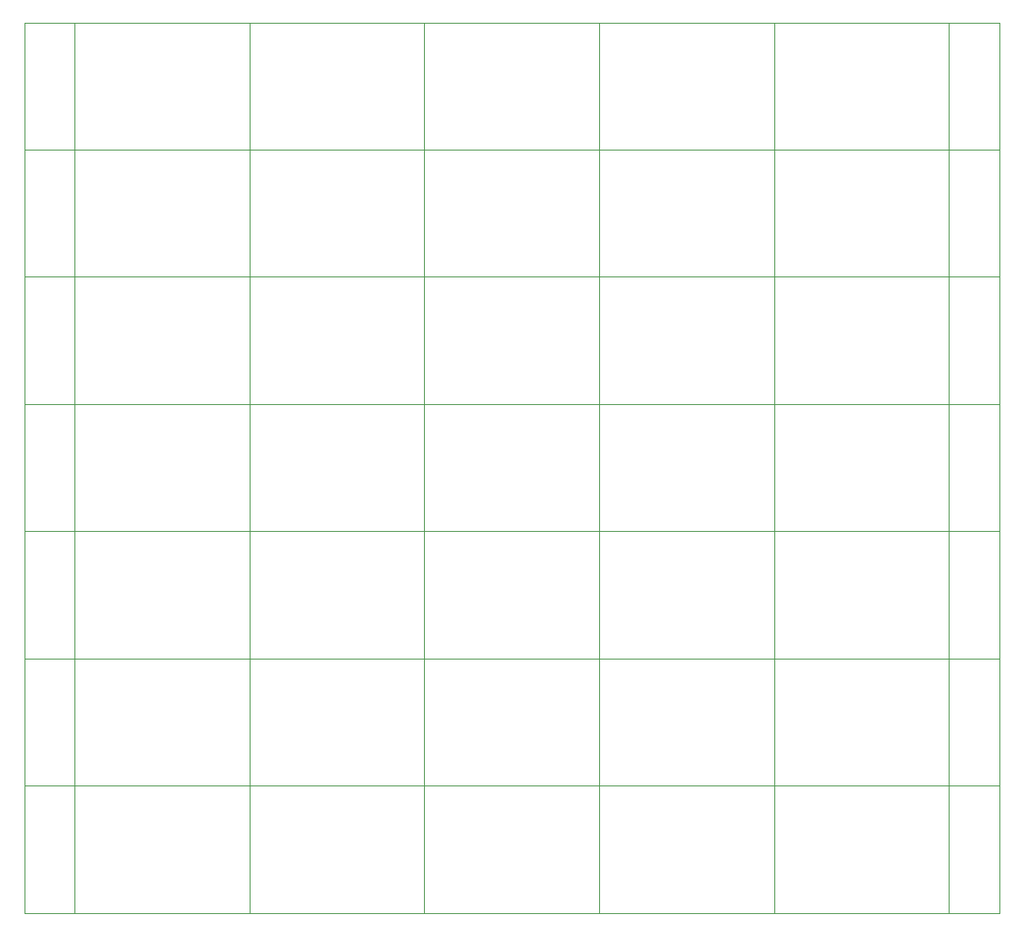
<source format=gbr>
G04 #@! TF.GenerationSoftware,KiCad,Pcbnew,5.1.5-5.1.5*
G04 #@! TF.CreationDate,2020-06-01T10:47:03+10:00*
G04 #@! TF.ProjectId,SOIC8-TSSOP8_panelized,534f4943-382d-4545-9353-4f50385f7061,rev?*
G04 #@! TF.SameCoordinates,Original*
G04 #@! TF.FileFunction,Profile,NP*
%FSLAX46Y46*%
G04 Gerber Fmt 4.6, Leading zero omitted, Abs format (unit mm)*
G04 Created by KiCad (PCBNEW 5.1.5-5.1.5) date 2020-06-01 10:47:03*
%MOMM*%
%LPD*%
G04 APERTURE LIST*
%ADD10C,0.100000*%
G04 APERTURE END LIST*
D10*
X134751098Y-175023610D02*
X232251110Y-175023610D01*
X134751098Y-162283608D02*
X232251110Y-162283608D01*
X134751098Y-149543606D02*
X232251110Y-149543606D01*
X134751098Y-136803604D02*
X232251110Y-136803604D01*
X134751098Y-124063602D02*
X232251110Y-124063602D01*
X134751098Y-111323600D02*
X232251110Y-111323600D01*
X227201108Y-98633598D02*
X227201108Y-187813614D01*
X209701106Y-98633598D02*
X209701106Y-187813614D01*
X192201104Y-98633598D02*
X192201104Y-187813614D01*
X174701102Y-98633598D02*
X174701102Y-187813614D01*
X157201100Y-98633598D02*
X157201100Y-187813614D01*
X139701098Y-98633598D02*
X139701098Y-187813614D01*
X134751099Y-187813613D02*
X134751099Y-98633599D01*
X232251109Y-187813613D02*
X134751099Y-187813613D01*
X232251109Y-98633599D02*
X232251109Y-187813613D01*
X134751099Y-98633599D02*
X232251109Y-98633599D01*
M02*

</source>
